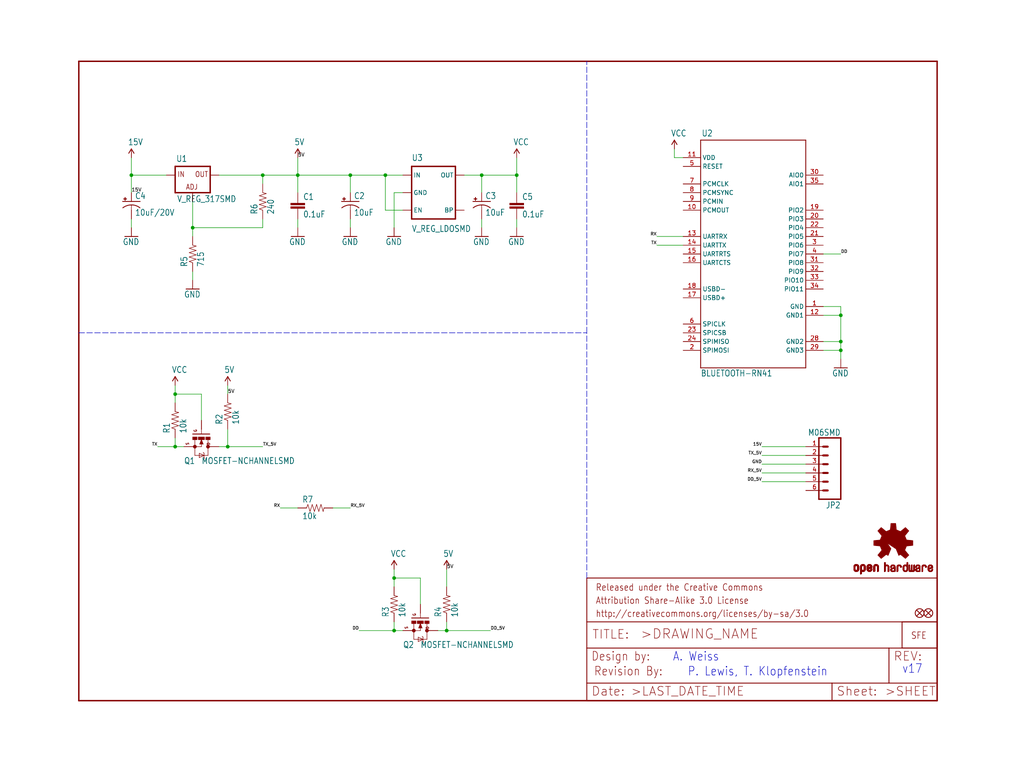
<source format=kicad_sch>
(kicad_sch (version 20211123) (generator eeschema)
  (paper "User" 297.002 223.926)
  (lib_symbols
    (symbol "eagleSchem-eagle-import:BLUETOOTH-RN41{dblquote}"
      (property "Value" "BLUETOOTH-RN41{dblquote}" (at -15.24 -35.56 0))
      (symbol "BLUETOOTH-RN41{dblquote}_1_0"
        (pin bidirectional line (at 20.32 -15.24 180) (length 5.08) (name "GND") (number "1"))
        (pin bidirectional line (at -20.32 12.7 0) (length 5.08) (name "PCMOUT") (number "10"))
        (pin bidirectional line (at -20.32 27.94 0) (length 5.08) (name "VDD") (number "11"))
        (pin bidirectional line (at 20.32 -17.78 180) (length 5.08) (name "GND1") (number "12"))
        (pin bidirectional line (at -20.32 5.08 0) (length 5.08) (name "UARTRX") (number "13"))
        (pin bidirectional line (at -20.32 2.54 0) (length 5.08) (name "UARTTX") (number "14"))
        (pin bidirectional line (at -20.32 0 0) (length 5.08) (name "UARTRTS") (number "15"))
        (pin bidirectional line (at -20.32 -2.54 0) (length 5.08) (name "UARTCTS") (number "16"))
        (pin bidirectional line (at -20.32 -12.7 0) (length 5.08) (name "USBD+") (number "17"))
        (pin bidirectional line (at -20.32 -10.16 0) (length 5.08) (name "USBD-") (number "18"))
        (pin bidirectional line (at 20.32 12.7 180) (length 5.08) (name "PIO2") (number "19"))
        (pin bidirectional line (at -20.32 -27.94 0) (length 5.08) (name "SPIMOSI") (number "2"))
        (pin bidirectional line (at 20.32 10.16 180) (length 5.08) (name "PIO3") (number "20"))
        (pin bidirectional line (at 20.32 5.08 180) (length 5.08) (name "PIO5") (number "21"))
        (pin bidirectional line (at 20.32 7.62 180) (length 5.08) (name "PIO4") (number "22"))
        (pin bidirectional line (at -20.32 -22.86 0) (length 5.08) (name "SPICSB") (number "23"))
        (pin bidirectional line (at -20.32 -25.4 0) (length 5.08) (name "SPIMISO") (number "24"))
        (pin bidirectional line (at 20.32 -25.4 180) (length 5.08) (name "GND2") (number "28"))
        (pin bidirectional line (at 20.32 -27.94 180) (length 5.08) (name "GND3") (number "29"))
        (pin bidirectional line (at 20.32 2.54 180) (length 5.08) (name "PIO6") (number "3"))
        (pin bidirectional line (at 20.32 22.86 180) (length 5.08) (name "AIO0") (number "30"))
        (pin bidirectional line (at 20.32 -2.54 180) (length 5.08) (name "PIO8") (number "31"))
        (pin bidirectional line (at 20.32 -5.08 180) (length 5.08) (name "PIO9") (number "32"))
        (pin bidirectional line (at 20.32 -7.62 180) (length 5.08) (name "PIO10") (number "33"))
        (pin bidirectional line (at 20.32 -10.16 180) (length 5.08) (name "PIO11") (number "34"))
        (pin bidirectional line (at 20.32 20.32 180) (length 5.08) (name "AIO1") (number "35"))
        (pin bidirectional line (at 20.32 0 180) (length 5.08) (name "PIO7") (number "4"))
        (pin bidirectional line (at -20.32 25.4 0) (length 5.08) (name "RESET") (number "5"))
        (pin bidirectional line (at -20.32 -20.32 0) (length 5.08) (name "SPICLK") (number "6"))
        (pin bidirectional line (at -20.32 20.32 0) (length 5.08) (name "PCMCLK") (number "7"))
        (pin bidirectional line (at -20.32 17.78 0) (length 5.08) (name "PCMSYNC") (number "8"))
        (pin bidirectional line (at -20.32 15.24 0) (length 5.08) (name "PCMIN") (number "9"))
      )
    )
    (symbol "eagleSchem-eagle-import:CAP0603-CAP"
      (property "Reference" "C" (at 1.524 2.921 0))
      (property "Value" "CAP0603-CAP" (at 1.524 -2.159 0))
      (symbol "CAP0603-CAP_1_0"
        (pin passive line (at 0 5.08 270) (length 2.54) (name "1") (number "1"))
        (pin passive line (at 0 -2.54 90) (length 2.54) (name "2") (number "2"))
      )
    )
    (symbol "eagleSchem-eagle-import:CAP_POL1206"
      (property "Reference" "C" (at 1.016 0.635 0))
      (property "Value" "CAP_POL1206" (at 1.016 -4.191 0))
      (symbol "CAP_POL1206_1_0"
        (pin passive line (at 0 2.54 270) (length 2.54) (name "+") (number "A"))
        (pin passive line (at 0 -5.08 90) (length 2.54) (name "-") (number "C"))
      )
    )
    (symbol "eagleSchem-eagle-import:CAP_POL3528"
      (property "Reference" "C" (at 1.016 0.635 0))
      (property "Value" "CAP_POL3528" (at 1.016 -4.191 0))
      (symbol "CAP_POL3528_1_0"
        (pin passive line (at 0 2.54 270) (length 2.54) (name "+") (number "A"))
        (pin passive line (at 0 -5.08 90) (length 2.54) (name "-") (number "C"))
      )
    )
    (symbol "eagleSchem-eagle-import:FIDUCIALUFIDUCIAL")
    (symbol "eagleSchem-eagle-import:FRAME-LETTER"
      (symbol "FRAME-LETTER_2_0"
        (text ">DRAWING_NAME" (at 15.494 17.78 0) (effects (font (size 2.7432 2.7432)) (justify left bottom)))
        (text ">LAST_DATE_TIME" (at 12.7 1.27 0) (effects (font (size 2.54 2.54)) (justify left bottom)))
        (text ">SHEET" (at 86.36 1.27 0) (effects (font (size 2.54 2.54)) (justify left bottom)))
        (text "Attribution Share-Alike 3.0 License" (at 2.54 27.94 0) (effects (font (size 1.9304 1.6408)) (justify left bottom)))
        (text "Date:" (at 1.27 1.27 0) (effects (font (size 2.54 2.54)) (justify left bottom)))
        (text "Design by:" (at 1.27 11.43 0) (effects (font (size 2.54 2.159)) (justify left bottom)))
        (text "http://creativecommons.org/licenses/by-sa/3.0" (at 2.54 24.13 0) (effects (font (size 1.9304 1.6408)) (justify left bottom)))
        (text "Released under the Creative Commons" (at 2.54 31.75 0) (effects (font (size 1.9304 1.6408)) (justify left bottom)))
        (text "REV:" (at 88.9 11.43 0) (effects (font (size 2.54 2.54)) (justify left bottom)))
        (text "Sheet:" (at 72.39 1.27 0) (effects (font (size 2.54 2.54)) (justify left bottom)))
        (text "TITLE:" (at 1.524 17.78 0) (effects (font (size 2.54 2.54)) (justify left bottom)))
      )
    )
    (symbol "eagleSchem-eagle-import:GND" (power)
      (property "Value" "GND" (at -2.54 -2.54 0))
      (symbol "GND_1_0"
        (pin power_in line (at 0 2.54 270) (length 2.54) (name "GND") (number "1"))
      )
    )
    (symbol "eagleSchem-eagle-import:LOGO-SFENEW"
      (symbol "LOGO-SFENEW_1_0"
        (text "SFE" (at 0 0 0) (effects (font (size 1.9304 1.6408)) (justify left bottom)))
      )
    )
    (symbol "eagleSchem-eagle-import:M06SMD"
      (property "Reference" "JP" (at -5.08 10.922 0))
      (property "Value" "M06SMD" (at -5.08 -10.16 0))
      (symbol "M06SMD_1_0"
        (pin passive line (at 5.08 -5.08 180) (length 5.08) (name "1") (number "1"))
        (pin passive line (at 5.08 -2.54 180) (length 5.08) (name "2") (number "2"))
        (pin passive line (at 5.08 0 180) (length 5.08) (name "3") (number "3"))
        (pin passive line (at 5.08 2.54 180) (length 5.08) (name "4") (number "4"))
        (pin passive line (at 5.08 5.08 180) (length 5.08) (name "5") (number "5"))
        (pin passive line (at 5.08 7.62 180) (length 5.08) (name "6") (number "6"))
      )
    )
    (symbol "eagleSchem-eagle-import:MOSFET-NCHANNELSMD"
      (property "Reference" "Q" (at 5.08 2.54 0))
      (property "Value" "MOSFET-NCHANNELSMD" (at 5.08 0 0))
      (symbol "MOSFET-NCHANNELSMD_1_0"
        (text "D" (at -1.27 2.54 0) (effects (font (size 0.8128 0.6908)) (justify left bottom)))
        (text "G" (at -5.08 -1.27 0) (effects (font (size 0.8128 0.6908)) (justify left bottom)))
        (text "S" (at -1.27 -3.556 0) (effects (font (size 0.8128 0.6908)) (justify left bottom)))
        (pin passive line (at -7.62 0 0) (length 2.54) (name "G") (number "1"))
        (pin passive line (at 0 -5.08 90) (length 2.54) (name "S") (number "2"))
        (pin passive line (at 0 5.08 270) (length 2.54) (name "D") (number "3"))
      )
    )
    (symbol "eagleSchem-eagle-import:OSHW-LOGOS")
    (symbol "eagleSchem-eagle-import:RESISTOR0603-RES"
      (property "Reference" "R" (at -3.81 1.4986 0))
      (property "Value" "RESISTOR0603-RES" (at -3.81 -3.302 0))
      (symbol "RESISTOR0603-RES_1_0"
        (pin passive line (at -5.08 0 0) (length 2.54) (name "1") (number "1"))
        (pin passive line (at 5.08 0 180) (length 2.54) (name "2") (number "2"))
      )
    )
    (symbol "eagleSchem-eagle-import:REVISION"
      (symbol "REVISION_1_0"
        (text "Revision By: " (at 0 0 0) (effects (font (size 2.54 2.159)) (justify left bottom)))
      )
    )
    (symbol "eagleSchem-eagle-import:VCC" (power)
      (property "Value" "VCC" (at -1.016 3.556 0))
      (symbol "VCC_1_0"
        (pin power_in line (at 0 0 90) (length 2.54) (name "VCC") (number "1"))
      )
    )
    (symbol "eagleSchem-eagle-import:V_REG_317SMD"
      (property "Value" "V_REG_317SMD" (at 2.54 -10.16 0))
      (symbol "V_REG_317SMD_1_0"
        (text "ADJ" (at -2.032 -4.318 0) (effects (font (size 1.524 1.2954)) (justify left bottom)))
        (text "IN" (at -4.445 -0.635 0) (effects (font (size 1.524 1.2954)) (justify left bottom)))
        (text "OUT" (at 0.635 -0.635 0) (effects (font (size 1.524 1.2954)) (justify left bottom)))
        (pin input line (at 0 -7.62 90) (length 2.54) (name "ADJ") (number "1"))
        (pin output line (at 7.62 0 180) (length 2.54) (name "OUT") (number "2"))
        (pin input line (at -7.62 0 0) (length 2.54) (name "IN") (number "3"))
      )
    )
    (symbol "eagleSchem-eagle-import:V_REG_LDOSMD"
      (property "Value" "V_REG_LDOSMD" (at -7.62 -11.43 0))
      (symbol "V_REG_LDOSMD_1_0"
        (pin input line (at -10.16 5.08 0) (length 2.54) (name "IN") (number "1"))
        (pin input line (at -10.16 0 0) (length 2.54) (name "GND") (number "2"))
        (pin input line (at -10.16 -5.08 0) (length 2.54) (name "EN") (number "3"))
        (pin input line (at 7.62 -5.08 180) (length 2.54) (name "BP") (number "4"))
        (pin passive line (at 7.62 5.08 180) (length 2.54) (name "OUT") (number "5"))
      )
    )
  )
  (junction (at 76.2 50.8))
  (junction (at 66.04 129.54))
  (junction (at 149.86 50.8))
  (junction (at 86.36 50.8))
  (junction (at 243.84 101.6))
  (junction (at 129.54 182.88))
  (junction (at 111.76 50.8))
  (junction (at 139.7 50.8))
  (junction (at 50.8 129.54))
  (junction (at 55.88 66.04))
  (junction (at 101.6 50.8))
  (junction (at 243.84 91.44))
  (junction (at 114.3 167.64))
  (junction (at 114.3 182.88))
  (junction (at 243.84 99.06))
  (junction (at 38.1 50.8))
  (junction (at 50.8 114.3))
  (wire (pts (xy 238.76 101.6) (xy 243.84 101.6)))
  (wire (pts (xy 101.6 63.5) (xy 101.6 66.04)))
  (wire (pts (xy 116.84 182.88) (xy 114.3 182.88)))
  (wire (pts (xy 114.3 165.1) (xy 114.3 167.64)))
  (wire (pts (xy 86.36 45.72) (xy 86.36 50.8)))
  (wire (pts (xy 55.88 78.74) (xy 55.88 81.28)))
  (wire (pts (xy 114.3 182.88) (xy 104.14 182.88)))
  (wire (pts (xy 129.54 182.88) (xy 142.24 182.88)))
  (wire (pts (xy 111.76 60.96) (xy 111.76 50.8)))
  (wire (pts (xy 86.36 50.8) (xy 101.6 50.8)))
  (wire (pts (xy 76.2 50.8) (xy 86.36 50.8)))
  (wire (pts (xy 101.6 50.8) (xy 111.76 50.8)))
  (wire (pts (xy 238.76 73.66) (xy 243.84 73.66)))
  (wire (pts (xy 101.6 55.88) (xy 101.6 50.8)))
  (wire (pts (xy 238.76 88.9) (xy 243.84 88.9)))
  (wire (pts (xy 238.76 99.06) (xy 243.84 99.06)))
  (wire (pts (xy 58.42 114.3) (xy 50.8 114.3)))
  (polyline (pts (xy 22.86 96.52) (xy 170.18 96.52)))
  (wire (pts (xy 220.98 132.08) (xy 233.68 132.08)))
  (wire (pts (xy 50.8 129.54) (xy 50.8 127)))
  (wire (pts (xy 76.2 53.34) (xy 76.2 50.8)))
  (wire (pts (xy 86.36 63.5) (xy 86.36 66.04)))
  (wire (pts (xy 116.84 60.96) (xy 111.76 60.96)))
  (wire (pts (xy 243.84 99.06) (xy 243.84 101.6)))
  (wire (pts (xy 38.1 45.72) (xy 38.1 50.8)))
  (wire (pts (xy 38.1 63.5) (xy 38.1 66.04)))
  (wire (pts (xy 114.3 55.88) (xy 114.3 66.04)))
  (wire (pts (xy 139.7 55.88) (xy 139.7 50.8)))
  (wire (pts (xy 50.8 114.3) (xy 50.8 116.84)))
  (wire (pts (xy 220.98 139.7) (xy 233.68 139.7)))
  (wire (pts (xy 243.84 88.9) (xy 243.84 91.44)))
  (wire (pts (xy 195.58 45.72) (xy 195.58 43.18)))
  (wire (pts (xy 66.04 129.54) (xy 66.04 124.46)))
  (wire (pts (xy 129.54 165.1) (xy 129.54 170.18)))
  (wire (pts (xy 63.5 129.54) (xy 66.04 129.54)))
  (wire (pts (xy 86.36 147.32) (xy 81.28 147.32)))
  (wire (pts (xy 149.86 50.8) (xy 149.86 55.88)))
  (wire (pts (xy 38.1 50.8) (xy 48.26 50.8)))
  (polyline (pts (xy 170.18 96.52) (xy 170.18 17.78)))
  (wire (pts (xy 63.5 50.8) (xy 76.2 50.8)))
  (wire (pts (xy 53.34 129.54) (xy 50.8 129.54)))
  (wire (pts (xy 220.98 129.54) (xy 233.68 129.54)))
  (wire (pts (xy 58.42 121.92) (xy 58.42 114.3)))
  (wire (pts (xy 114.3 180.34) (xy 114.3 182.88)))
  (wire (pts (xy 149.86 63.5) (xy 149.86 66.04)))
  (wire (pts (xy 76.2 63.5) (xy 76.2 66.04)))
  (wire (pts (xy 55.88 66.04) (xy 55.88 68.58)))
  (wire (pts (xy 127 182.88) (xy 129.54 182.88)))
  (wire (pts (xy 66.04 114.3) (xy 66.04 111.76)))
  (wire (pts (xy 198.12 68.58) (xy 190.5 68.58)))
  (wire (pts (xy 129.54 180.34) (xy 129.54 182.88)))
  (wire (pts (xy 243.84 91.44) (xy 243.84 99.06)))
  (wire (pts (xy 50.8 129.54) (xy 45.72 129.54)))
  (wire (pts (xy 121.92 167.64) (xy 114.3 167.64)))
  (wire (pts (xy 114.3 167.64) (xy 114.3 170.18)))
  (wire (pts (xy 134.62 50.8) (xy 139.7 50.8)))
  (wire (pts (xy 149.86 50.8) (xy 149.86 45.72)))
  (wire (pts (xy 198.12 45.72) (xy 195.58 45.72)))
  (wire (pts (xy 198.12 71.12) (xy 190.5 71.12)))
  (wire (pts (xy 220.98 137.16) (xy 233.68 137.16)))
  (wire (pts (xy 66.04 129.54) (xy 76.2 129.54)))
  (wire (pts (xy 50.8 114.3) (xy 50.8 111.76)))
  (wire (pts (xy 111.76 50.8) (xy 116.84 50.8)))
  (wire (pts (xy 238.76 91.44) (xy 243.84 91.44)))
  (wire (pts (xy 116.84 55.88) (xy 114.3 55.88)))
  (wire (pts (xy 76.2 66.04) (xy 55.88 66.04)))
  (wire (pts (xy 139.7 63.5) (xy 139.7 66.04)))
  (wire (pts (xy 243.84 101.6) (xy 243.84 104.14)))
  (wire (pts (xy 139.7 50.8) (xy 149.86 50.8)))
  (wire (pts (xy 55.88 58.42) (xy 55.88 66.04)))
  (polyline (pts (xy 170.18 167.64) (xy 170.18 96.52)))
  (wire (pts (xy 86.36 50.8) (xy 86.36 55.88)))
  (wire (pts (xy 96.52 147.32) (xy 101.6 147.32)))
  (wire (pts (xy 121.92 175.26) (xy 121.92 167.64)))
  (wire (pts (xy 220.98 134.62) (xy 233.68 134.62)))
  (wire (pts (xy 38.1 55.88) (xy 38.1 50.8)))
  (text "v17" (at 261.62 195.58 180) (effects (font (size 2.54 2.159)) (justify left bottom)))
  (text "A. Weiss" (at 195.072 192.024 180) (effects (font (size 2.54 2.159)) (justify left bottom)))
  (text "P. Lewis, T. Klopfenstein" (at 199.39 196.342 180) (effects (font (size 2.54 2.159)) (justify left bottom)))
  (label "15V" (at 38.1 55.88 0) (effects (font (size 1.016 1.016))))
  (label "TX" (at 45.72 129.54 180) (effects (font (size 0.889 0.889))))
  (label "RX" (at 81.28 147.32 180) (effects (font (size 0.889 0.889))))
  (label "5V" (at 66.04 114.3 0) (effects (font (size 1.016 1.016))))
  (label "RX_5V" (at 220.98 137.16 180) (effects (font (size 0.889 0.889))))
  (label "DD" (at 104.14 182.88 180) (effects (font (size 0.889 0.889))))
  (label "5V" (at 86.36 45.72 0) (effects (font (size 1.016 1.016))))
  (label "TX_5V" (at 76.2 129.54 0) (effects (font (size 0.889 0.889))))
  (label "TX_5V" (at 220.98 132.08 180) (effects (font (size 0.889 0.889))))
  (label "DD_5V" (at 142.24 182.88 0) (effects (font (size 0.889 0.889))))
  (label "5V" (at 129.54 165.1 0) (effects (font (size 1.016 1.016))))
  (label "RX_5V" (at 101.6 147.32 0) (effects (font (size 0.889 0.889))))
  (label "RX" (at 190.5 68.58 180) (effects (font (size 0.889 0.889))))
  (label "GND" (at 220.98 134.62 180) (effects (font (size 0.889 0.889))))
  (label "DD_5V" (at 220.98 139.7 180) (effects (font (size 0.889 0.889))))
  (label "TX" (at 190.5 71.12 180) (effects (font (size 0.889 0.889))))
  (label "DD" (at 243.84 73.66 0) (effects (font (size 0.889 0.889))))
  (label "15V" (at 220.98 129.54 180) (effects (font (size 0.889 0.889))))
  (symbol (lib_id "eagleSchem-eagle-import:GND") (at 149.86 68.58 0) (unit 1)
    (property "Reference" "#GND6" (effects hide))
    (property "Value" "GND" (at 147.32 71.12 0) (effects (font (size 1.778 1.5113)) (justify left bottom)))
    (property "Footprint" "eagleSchem:" (effects hide))
  )
  (symbol (lib_id "eagleSchem-eagle-import:RESISTOR0603-RES") (at 66.04 119.38 90) (unit 1)
    (property "Reference" "R2" (at 64.5414 123.19 0) (effects (font (size 1.778 1.5113)) (justify left bottom)))
    (property "Value" "10k" (at 69.342 123.19 0) (effects (font (size 1.778 1.5113)) (justify left bottom)))
    (property "Footprint" "eagleSchem:0603-RES" (effects hide))
  )
  (symbol (lib_id "eagleSchem-eagle-import:RESISTOR0603-RES") (at 50.8 121.92 90) (unit 1)
    (property "Reference" "R1" (at 49.3014 125.73 0) (effects (font (size 1.778 1.5113)) (justify left bottom)))
    (property "Value" "10k" (at 54.102 125.73 0) (effects (font (size 1.778 1.5113)) (justify left bottom)))
    (property "Footprint" "eagleSchem:0603-RES" (effects hide))
  )
  (symbol (lib_id "eagleSchem-eagle-import:GND") (at 38.1 68.58 0) (unit 1)
    (property "Reference" "#GND1" (effects hide))
    (property "Value" "GND" (at 35.56 71.12 0) (effects (font (size 1.778 1.5113)) (justify left bottom)))
    (property "Footprint" "eagleSchem:" (effects hide))
  )
  (symbol (lib_id "eagleSchem-eagle-import:RESISTOR0603-RES") (at 129.54 175.26 90) (unit 1)
    (property "Reference" "R4" (at 128.0414 179.07 0) (effects (font (size 1.778 1.5113)) (justify left bottom)))
    (property "Value" "10k" (at 132.842 179.07 0) (effects (font (size 1.778 1.5113)) (justify left bottom)))
    (property "Footprint" "eagleSchem:0603-RES" (effects hide))
  )
  (symbol (lib_id "eagleSchem-eagle-import:REVISION") (at 172.212 196.088 0) (unit 1)
    (property "Reference" "U$2" (effects hide))
    (property "Value" "REVISION" (effects hide))
    (property "Footprint" "eagleSchem:REVISION" (effects hide))
  )
  (symbol (lib_id "eagleSchem-eagle-import:GND") (at 55.88 83.82 0) (unit 1)
    (property "Reference" "#GND2" (effects hide))
    (property "Value" "GND" (at 53.34 86.36 0) (effects (font (size 1.778 1.5113)) (justify left bottom)))
    (property "Footprint" "eagleSchem:" (effects hide))
  )
  (symbol (lib_id "eagleSchem-eagle-import:VCC") (at 38.1 45.72 0) (unit 1)
    (property "Reference" "#P+2" (effects hide))
    (property "Value" "15V" (at 37.084 42.164 0) (effects (font (size 1.778 1.5113)) (justify left bottom)))
    (property "Footprint" "eagleSchem:" (effects hide))
  )
  (symbol (lib_id "eagleSchem-eagle-import:MOSFET-NCHANNELSMD") (at 58.42 129.54 270) (unit 1)
    (property "Reference" "Q1" (at 53.34 134.62 90) (effects (font (size 1.778 1.5113)) (justify left bottom)))
    (property "Value" "MOSFET-NCHANNELSMD" (at 58.42 134.62 90) (effects (font (size 1.778 1.5113)) (justify left bottom)))
    (property "Footprint" "eagleSchem:SOT23-3" (effects hide))
  )
  (symbol (lib_id "eagleSchem-eagle-import:FIDUCIALUFIDUCIAL") (at 269.24 177.8 0) (unit 1)
    (property "Reference" "JP3" (effects hide))
    (property "Value" "FIDUCIALUFIDUCIAL" (effects hide))
    (property "Footprint" "eagleSchem:MICRO-FIDUCIAL" (effects hide))
  )
  (symbol (lib_id "eagleSchem-eagle-import:GND") (at 114.3 68.58 0) (unit 1)
    (property "Reference" "#GND9" (effects hide))
    (property "Value" "GND" (at 111.76 71.12 0) (effects (font (size 1.778 1.5113)) (justify left bottom)))
    (property "Footprint" "eagleSchem:" (effects hide))
  )
  (symbol (lib_id "eagleSchem-eagle-import:VCC") (at 149.86 45.72 0) (unit 1)
    (property "Reference" "#P+4" (effects hide))
    (property "Value" "VCC" (at 148.844 42.164 0) (effects (font (size 1.778 1.5113)) (justify left bottom)))
    (property "Footprint" "eagleSchem:" (effects hide))
  )
  (symbol (lib_id "eagleSchem-eagle-import:CAP_POL1206") (at 139.7 58.42 0) (unit 1)
    (property "Reference" "C3" (at 140.716 57.785 0) (effects (font (size 1.778 1.5113)) (justify left bottom)))
    (property "Value" "10uF" (at 140.716 62.611 0) (effects (font (size 1.778 1.5113)) (justify left bottom)))
    (property "Footprint" "eagleSchem:EIA3216" (effects hide))
  )
  (symbol (lib_id "eagleSchem-eagle-import:RESISTOR0603-RES") (at 91.44 147.32 0) (unit 1)
    (property "Reference" "R7" (at 87.63 145.8214 0) (effects (font (size 1.778 1.5113)) (justify left bottom)))
    (property "Value" "10k" (at 87.63 150.622 0) (effects (font (size 1.778 1.5113)) (justify left bottom)))
    (property "Footprint" "eagleSchem:0603-RES" (effects hide))
  )
  (symbol (lib_id "eagleSchem-eagle-import:RESISTOR0603-RES") (at 55.88 73.66 90) (unit 1)
    (property "Reference" "R5" (at 54.3814 77.47 0) (effects (font (size 1.778 1.5113)) (justify left bottom)))
    (property "Value" "715" (at 59.182 77.47 0) (effects (font (size 1.778 1.5113)) (justify left bottom)))
    (property "Footprint" "eagleSchem:0603-RES" (effects hide))
  )
  (symbol (lib_id "eagleSchem-eagle-import:V_REG_LDOSMD") (at 127 55.88 0) (unit 1)
    (property "Reference" "U3" (at 119.38 46.736 0) (effects (font (size 1.778 1.5113)) (justify left bottom)))
    (property "Value" "V_REG_LDOSMD" (at 119.38 67.31 0) (effects (font (size 1.778 1.5113)) (justify left bottom)))
    (property "Footprint" "eagleSchem:SOT23-5" (effects hide))
  )
  (symbol (lib_id "eagleSchem-eagle-import:VCC") (at 114.3 165.1 0) (unit 1)
    (property "Reference" "#P+7" (effects hide))
    (property "Value" "VCC" (at 113.284 161.544 0) (effects (font (size 1.778 1.5113)) (justify left bottom)))
    (property "Footprint" "eagleSchem:" (effects hide))
  )
  (symbol (lib_id "eagleSchem-eagle-import:RESISTOR0603-RES") (at 76.2 58.42 90) (unit 1)
    (property "Reference" "R6" (at 74.7014 62.23 0) (effects (font (size 1.778 1.5113)) (justify left bottom)))
    (property "Value" "240" (at 79.502 62.23 0) (effects (font (size 1.778 1.5113)) (justify left bottom)))
    (property "Footprint" "eagleSchem:0603-RES" (effects hide))
  )
  (symbol (lib_id "eagleSchem-eagle-import:RESISTOR0603-RES") (at 114.3 175.26 90) (unit 1)
    (property "Reference" "R3" (at 112.8014 179.07 0) (effects (font (size 1.778 1.5113)) (justify left bottom)))
    (property "Value" "10k" (at 117.602 179.07 0) (effects (font (size 1.778 1.5113)) (justify left bottom)))
    (property "Footprint" "eagleSchem:0603-RES" (effects hide))
  )
  (symbol (lib_id "eagleSchem-eagle-import:GND") (at 243.84 106.68 0) (unit 1)
    (property "Reference" "#GND7" (effects hide))
    (property "Value" "GND" (at 241.3 109.22 0) (effects (font (size 1.778 1.5113)) (justify left bottom)))
    (property "Footprint" "eagleSchem:" (effects hide))
  )
  (symbol (lib_id "eagleSchem-eagle-import:CAP0603-CAP") (at 149.86 60.96 0) (unit 1)
    (property "Reference" "C5" (at 151.384 58.039 0) (effects (font (size 1.778 1.5113)) (justify left bottom)))
    (property "Value" "0.1uF" (at 151.384 63.119 0) (effects (font (size 1.778 1.5113)) (justify left bottom)))
    (property "Footprint" "eagleSchem:0603-CAP" (effects hide))
  )
  (symbol (lib_id "eagleSchem-eagle-import:CAP0603-CAP") (at 86.36 60.96 0) (unit 1)
    (property "Reference" "C1" (at 87.884 58.039 0) (effects (font (size 1.778 1.5113)) (justify left bottom)))
    (property "Value" "0.1uF" (at 87.884 63.119 0) (effects (font (size 1.778 1.5113)) (justify left bottom)))
    (property "Footprint" "eagleSchem:0603-CAP" (effects hide))
  )
  (symbol (lib_id "eagleSchem-eagle-import:GND") (at 86.36 68.58 0) (unit 1)
    (property "Reference" "#GND4" (effects hide))
    (property "Value" "GND" (at 83.82 71.12 0) (effects (font (size 1.778 1.5113)) (justify left bottom)))
    (property "Footprint" "eagleSchem:" (effects hide))
  )
  (symbol (lib_id "eagleSchem-eagle-import:VCC") (at 86.36 45.72 0) (unit 1)
    (property "Reference" "#P+3" (effects hide))
    (property "Value" "5V" (at 85.344 42.164 0) (effects (font (size 1.778 1.5113)) (justify left bottom)))
    (property "Footprint" "eagleSchem:" (effects hide))
  )
  (symbol (lib_id "eagleSchem-eagle-import:FIDUCIALUFIDUCIAL") (at 266.7 177.8 0) (unit 1)
    (property "Reference" "JP1" (effects hide))
    (property "Value" "FIDUCIALUFIDUCIAL" (effects hide))
    (property "Footprint" "eagleSchem:MICRO-FIDUCIAL" (effects hide))
  )
  (symbol (lib_id "eagleSchem-eagle-import:VCC") (at 66.04 111.76 0) (unit 1)
    (property "Reference" "#P+6" (effects hide))
    (property "Value" "5V" (at 65.024 108.204 0) (effects (font (size 1.778 1.5113)) (justify left bottom)))
    (property "Footprint" "eagleSchem:" (effects hide))
  )
  (symbol (lib_id "eagleSchem-eagle-import:BLUETOOTH-RN41{dblquote}") (at 218.44 73.66 0) (unit 1)
    (property "Reference" "U2" (at 203.454 39.624 0) (effects (font (size 1.778 1.5113)) (justify left bottom)))
    (property "Value" "BLUETOOTH-RN41" (at 203.2 109.22 0) (effects (font (size 1.778 1.5113)) (justify left bottom)))
    (property "Footprint" "eagleSchem:RN41" (effects hide))
  )
  (symbol (lib_id "eagleSchem-eagle-import:FRAME-LETTER") (at 170.18 203.2 0) (unit 2)
    (property "Reference" "FRAME1" (effects hide))
    (property "Value" "FRAME-LETTER" (effects hide))
    (property "Footprint" "eagleSchem:CREATIVE_COMMONS" (effects hide))
  )
  (symbol (lib_id "eagleSchem-eagle-import:OSHW-LOGOS") (at 259.08 157.48 0) (unit 1)
    (property "Reference" "LOGO1" (effects hide))
    (property "Value" "OSHW-LOGOS" (effects hide))
    (property "Footprint" "eagleSchem:OSHW-LOGO-S" (effects hide))
  )
  (symbol (lib_id "eagleSchem-eagle-import:VCC") (at 195.58 43.18 0) (unit 1)
    (property "Reference" "#P+1" (effects hide))
    (property "Value" "VCC" (at 194.564 39.624 0) (effects (font (size 1.778 1.5113)) (justify left bottom)))
    (property "Footprint" "eagleSchem:" (effects hide))
  )
  (symbol (lib_id "eagleSchem-eagle-import:V_REG_317SMD") (at 55.88 50.8 0) (unit 1)
    (property "Reference" "U1" (at 51.054 46.99 0) (effects (font (size 1.778 1.5113)) (justify left bottom)))
    (property "Value" "V_REG_317SMD" (at 51.308 58.674 0) (effects (font (size 1.778 1.5113)) (justify left bottom)))
    (property "Footprint" "eagleSchem:SOT223" (effects hide))
  )
  (symbol (lib_id "eagleSchem-eagle-import:GND") (at 139.7 68.58 0) (unit 1)
    (property "Reference" "#GND5" (effects hide))
    (property "Value" "GND" (at 137.16 71.12 0) (effects (font (size 1.778 1.5113)) (justify left bottom)))
    (property "Footprint" "eagleSchem:" (effects hide))
  )
  (symbol (lib_id "eagleSchem-eagle-import:VCC") (at 50.8 111.76 0) (unit 1)
    (property "Reference" "#P+5" (effects hide))
    (property "Value" "VCC" (at 49.784 108.204 0) (effects (font (size 1.778 1.5113)) (justify left bottom)))
    (property "Footprint" "eagleSchem:" (effects hide))
  )
  (symbol (lib_id "eagleSchem-eagle-import:CAP_POL3528") (at 38.1 58.42 0) (unit 1)
    (property "Reference" "C4" (at 39.116 57.785 0) (effects (font (size 1.778 1.5113)) (justify left bottom)))
    (property "Value" "10uF/20V" (at 39.116 62.611 0) (effects (font (size 1.778 1.5113)) (justify left bottom)))
    (property "Footprint" "eagleSchem:EIA3528" (effects hide))
  )
  (symbol (lib_id "eagleSchem-eagle-import:GND") (at 101.6 68.58 0) (unit 1)
    (property "Reference" "#GND3" (effects hide))
    (property "Value" "GND" (at 99.06 71.12 0) (effects (font (size 1.778 1.5113)) (justify left bottom)))
    (property "Footprint" "eagleSchem:" (effects hide))
  )
  (symbol (lib_id "eagleSchem-eagle-import:VCC") (at 129.54 165.1 0) (unit 1)
    (property "Reference" "#P+8" (effects hide))
    (property "Value" "5V" (at 128.524 161.544 0) (effects (font (size 1.778 1.5113)) (justify left bottom)))
    (property "Footprint" "eagleSchem:" (effects hide))
  )
  (symbol (lib_id "eagleSchem-eagle-import:FRAME-LETTER") (at 22.86 203.2 0) (unit 1)
    (property "Reference" "FRAME1" (effects hide))
    (property "Value" "FRAME-LETTER" (effects hide))
    (property "Footprint" "eagleSchem:CREATIVE_COMMONS" (effects hide))
  )
  (symbol (lib_id "eagleSchem-eagle-import:LOGO-SFENEW") (at 264.16 185.42 0) (unit 1)
    (property "Reference" "U$1" (effects hide))
    (property "Value" "LOGO-SFENEW" (effects hide))
    (property "Footprint" "eagleSchem:SFE-NEW-WEBLOGO" (effects hide))
  )
  (symbol (lib_id "eagleSchem-eagle-import:MOSFET-NCHANNELSMD") (at 121.92 182.88 270) (unit 1)
    (property "Reference" "Q2" (at 116.84 187.96 90) (effects (font (size 1.778 1.5113)) (justify left bottom)))
    (property "Value" "MOSFET-NCHANNELSMD" (at 121.92 187.96 90) (effects (font (size 1.778 1.5113)) (justify left bottom)))
    (property "Footprint" "eagleSchem:SOT23-3" (effects hide))
  )
  (symbol (lib_id "eagleSchem-eagle-import:CAP_POL1206") (at 101.6 58.42 0) (unit 1)
    (property "Reference" "C2" (at 102.616 57.785 0) (effects (font (size 1.778 1.5113)) (justify left bottom)))
    (property "Value" "10uF" (at 102.616 62.611 0) (effects (font (size 1.778 1.5113)) (justify left bottom)))
    (property "Footprint" "eagleSchem:EIA3216" (effects hide))
  )
  (symbol (lib_id "eagleSchem-eagle-import:M06SMD") (at 238.76 134.62 180) (unit 1)
    (property "Reference" "JP2" (at 243.84 145.542 0) (effects (font (size 1.778 1.5113)) (justify left bottom)))
    (property "Value" "M06SMD" (at 243.84 124.46 0) (effects (font (size 1.778 1.5113)) (justify left bottom)))
    (property "Footprint" "eagleSchem:1X06-SMD" (effects hide))
  )
)
</source>
